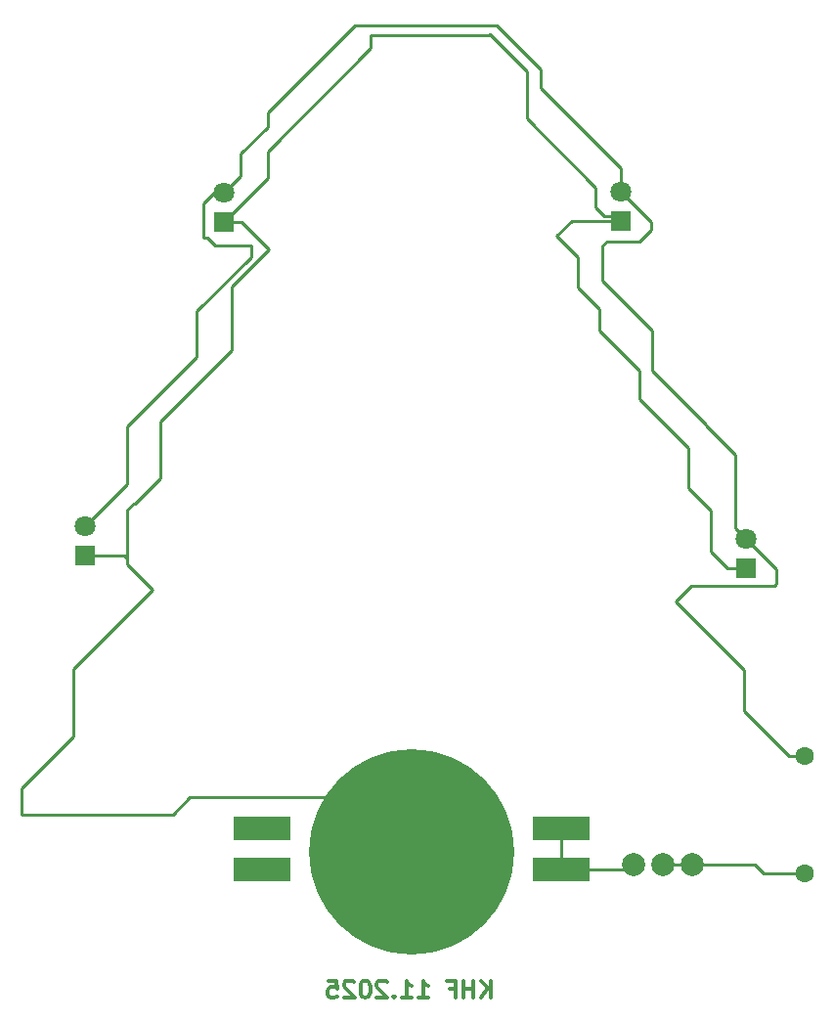
<source format=gbr>
%TF.GenerationSoftware,KiCad,Pcbnew,9.0.6*%
%TF.CreationDate,2025-11-21T14:44:10+01:00*%
%TF.ProjectId,BL_Santa,424c5f53-616e-4746-912e-6b696361645f,rev?*%
%TF.SameCoordinates,Original*%
%TF.FileFunction,Copper,L2,Bot*%
%TF.FilePolarity,Positive*%
%FSLAX46Y46*%
G04 Gerber Fmt 4.6, Leading zero omitted, Abs format (unit mm)*
G04 Created by KiCad (PCBNEW 9.0.6) date 2025-11-21 14:44:10*
%MOMM*%
%LPD*%
G01*
G04 APERTURE LIST*
%ADD10C,0.300000*%
%TA.AperFunction,NonConductor*%
%ADD11C,0.300000*%
%TD*%
%TA.AperFunction,ComponentPad*%
%ADD12R,1.800000X1.800000*%
%TD*%
%TA.AperFunction,ComponentPad*%
%ADD13C,1.800000*%
%TD*%
%TA.AperFunction,SMDPad,CuDef*%
%ADD14R,5.000000X2.000000*%
%TD*%
%TA.AperFunction,SMDPad,CuDef*%
%ADD15C,17.780000*%
%TD*%
%TA.AperFunction,ComponentPad*%
%ADD16C,2.000000*%
%TD*%
%TA.AperFunction,ComponentPad*%
%ADD17C,1.600000*%
%TD*%
%TA.AperFunction,Conductor*%
%ADD18C,0.250000*%
%TD*%
G04 APERTURE END LIST*
D10*
D11*
X149545489Y-136200828D02*
X149545489Y-134700828D01*
X148688346Y-136200828D02*
X149331203Y-135343685D01*
X148688346Y-134700828D02*
X149545489Y-135557971D01*
X148045489Y-136200828D02*
X148045489Y-134700828D01*
X148045489Y-135415114D02*
X147188346Y-135415114D01*
X147188346Y-136200828D02*
X147188346Y-134700828D01*
X145974060Y-135415114D02*
X146474060Y-135415114D01*
X146474060Y-136200828D02*
X146474060Y-134700828D01*
X146474060Y-134700828D02*
X145759774Y-134700828D01*
X143259774Y-136200828D02*
X144116917Y-136200828D01*
X143688346Y-136200828D02*
X143688346Y-134700828D01*
X143688346Y-134700828D02*
X143831203Y-134915114D01*
X143831203Y-134915114D02*
X143974060Y-135057971D01*
X143974060Y-135057971D02*
X144116917Y-135129400D01*
X141831203Y-136200828D02*
X142688346Y-136200828D01*
X142259775Y-136200828D02*
X142259775Y-134700828D01*
X142259775Y-134700828D02*
X142402632Y-134915114D01*
X142402632Y-134915114D02*
X142545489Y-135057971D01*
X142545489Y-135057971D02*
X142688346Y-135129400D01*
X141188347Y-136057971D02*
X141116918Y-136129400D01*
X141116918Y-136129400D02*
X141188347Y-136200828D01*
X141188347Y-136200828D02*
X141259775Y-136129400D01*
X141259775Y-136129400D02*
X141188347Y-136057971D01*
X141188347Y-136057971D02*
X141188347Y-136200828D01*
X140545489Y-134843685D02*
X140474061Y-134772257D01*
X140474061Y-134772257D02*
X140331204Y-134700828D01*
X140331204Y-134700828D02*
X139974061Y-134700828D01*
X139974061Y-134700828D02*
X139831204Y-134772257D01*
X139831204Y-134772257D02*
X139759775Y-134843685D01*
X139759775Y-134843685D02*
X139688346Y-134986542D01*
X139688346Y-134986542D02*
X139688346Y-135129400D01*
X139688346Y-135129400D02*
X139759775Y-135343685D01*
X139759775Y-135343685D02*
X140616918Y-136200828D01*
X140616918Y-136200828D02*
X139688346Y-136200828D01*
X138759775Y-134700828D02*
X138616918Y-134700828D01*
X138616918Y-134700828D02*
X138474061Y-134772257D01*
X138474061Y-134772257D02*
X138402633Y-134843685D01*
X138402633Y-134843685D02*
X138331204Y-134986542D01*
X138331204Y-134986542D02*
X138259775Y-135272257D01*
X138259775Y-135272257D02*
X138259775Y-135629400D01*
X138259775Y-135629400D02*
X138331204Y-135915114D01*
X138331204Y-135915114D02*
X138402633Y-136057971D01*
X138402633Y-136057971D02*
X138474061Y-136129400D01*
X138474061Y-136129400D02*
X138616918Y-136200828D01*
X138616918Y-136200828D02*
X138759775Y-136200828D01*
X138759775Y-136200828D02*
X138902633Y-136129400D01*
X138902633Y-136129400D02*
X138974061Y-136057971D01*
X138974061Y-136057971D02*
X139045490Y-135915114D01*
X139045490Y-135915114D02*
X139116918Y-135629400D01*
X139116918Y-135629400D02*
X139116918Y-135272257D01*
X139116918Y-135272257D02*
X139045490Y-134986542D01*
X139045490Y-134986542D02*
X138974061Y-134843685D01*
X138974061Y-134843685D02*
X138902633Y-134772257D01*
X138902633Y-134772257D02*
X138759775Y-134700828D01*
X137688347Y-134843685D02*
X137616919Y-134772257D01*
X137616919Y-134772257D02*
X137474062Y-134700828D01*
X137474062Y-134700828D02*
X137116919Y-134700828D01*
X137116919Y-134700828D02*
X136974062Y-134772257D01*
X136974062Y-134772257D02*
X136902633Y-134843685D01*
X136902633Y-134843685D02*
X136831204Y-134986542D01*
X136831204Y-134986542D02*
X136831204Y-135129400D01*
X136831204Y-135129400D02*
X136902633Y-135343685D01*
X136902633Y-135343685D02*
X137759776Y-136200828D01*
X137759776Y-136200828D02*
X136831204Y-136200828D01*
X135474062Y-134700828D02*
X136188348Y-134700828D01*
X136188348Y-134700828D02*
X136259776Y-135415114D01*
X136259776Y-135415114D02*
X136188348Y-135343685D01*
X136188348Y-135343685D02*
X136045491Y-135272257D01*
X136045491Y-135272257D02*
X135688348Y-135272257D01*
X135688348Y-135272257D02*
X135545491Y-135343685D01*
X135545491Y-135343685D02*
X135474062Y-135415114D01*
X135474062Y-135415114D02*
X135402633Y-135557971D01*
X135402633Y-135557971D02*
X135402633Y-135915114D01*
X135402633Y-135915114D02*
X135474062Y-136057971D01*
X135474062Y-136057971D02*
X135545491Y-136129400D01*
X135545491Y-136129400D02*
X135688348Y-136200828D01*
X135688348Y-136200828D02*
X136045491Y-136200828D01*
X136045491Y-136200828D02*
X136188348Y-136129400D01*
X136188348Y-136129400D02*
X136259776Y-136057971D01*
D12*
%TO.P,D3,1,K*%
%TO.N,Net-(D1-K)*%
X114400000Y-97940000D03*
D13*
%TO.P,D3,2,A*%
%TO.N,Net-(D1-A)*%
X114400000Y-95400000D03*
%TD*%
D12*
%TO.P,D1,1,K*%
%TO.N,Net-(D1-K)*%
X126450000Y-69050000D03*
D13*
%TO.P,D1,2,A*%
%TO.N,Net-(D1-A)*%
X126450000Y-66510000D03*
%TD*%
D12*
%TO.P,D2,1,K*%
%TO.N,Net-(D1-K)*%
X160850000Y-68950000D03*
D13*
%TO.P,D2,2,A*%
%TO.N,Net-(D1-A)*%
X160850000Y-66410000D03*
%TD*%
%TO.P,D4,2,A*%
%TO.N,Net-(D1-A)*%
X171650000Y-96510000D03*
D12*
%TO.P,D4,1,K*%
%TO.N,Net-(D1-K)*%
X171650000Y-99050000D03*
%TD*%
D14*
%TO.P,U1,*%
%TO.N,*%
X129746000Y-125124000D03*
X129746000Y-121568000D03*
%TO.P,U1,1*%
%TO.N,Net-(S1-A-Pad1)*%
X155640000Y-125124000D03*
X155640000Y-121568000D03*
D15*
%TO.P,U1,2*%
%TO.N,Net-(D1-K)*%
X142700000Y-123600000D03*
%TD*%
D16*
%TO.P,S1,1,A*%
%TO.N,Net-(S1-A-Pad1)*%
X161900000Y-124700000D03*
%TO.P,S1,2,E*%
%TO.N,Net-(S1-E)*%
X164440000Y-124700000D03*
%TO.P,S1,3,A*%
X166980000Y-124700000D03*
%TD*%
D17*
%TO.P,R2,1*%
%TO.N,Net-(S1-E)*%
X176750000Y-125430000D03*
%TO.P,R2,2*%
%TO.N,Net-(D1-A)*%
X176750000Y-115270000D03*
%TD*%
D18*
%TO.N,Net-(S1-A-Pad1)*%
X161800000Y-124700000D02*
X161376000Y-125124000D01*
X161900000Y-124700000D02*
X161800000Y-124700000D01*
X161376000Y-125124000D02*
X155640000Y-125124000D01*
X155640000Y-121568000D02*
X155640000Y-125124000D01*
X155214000Y-124700000D02*
X154290000Y-125624000D01*
%TO.N,Net-(S1-E)*%
X173170000Y-125430000D02*
X176750000Y-125430000D01*
X173150000Y-125450000D02*
X173170000Y-125430000D01*
X172400000Y-124700000D02*
X173150000Y-125450000D01*
X166980000Y-124700000D02*
X172400000Y-124700000D01*
%TO.N,Net-(D1-A)*%
X175420000Y-115270000D02*
X176750000Y-115270000D01*
X171500000Y-111350000D02*
X175420000Y-115270000D01*
X171500000Y-107800000D02*
X171500000Y-111350000D01*
X165550000Y-101850000D02*
X171500000Y-107800000D01*
X174100000Y-100500000D02*
X166900000Y-100500000D01*
X174250000Y-100350000D02*
X174100000Y-100500000D01*
X174240000Y-99100000D02*
X174250000Y-99100000D01*
X166900000Y-100500000D02*
X165550000Y-101850000D01*
X171650000Y-96510000D02*
X174240000Y-99100000D01*
X174250000Y-99100000D02*
X174250000Y-100350000D01*
%TO.N,Net-(D1-K)*%
X136200000Y-118850000D02*
X140700000Y-123350000D01*
X123500000Y-118850000D02*
X136200000Y-118850000D01*
X122000000Y-120350000D02*
X123500000Y-118850000D01*
X108900000Y-120350000D02*
X122000000Y-120350000D01*
X108900000Y-118050000D02*
X108900000Y-120350000D01*
X113400000Y-113550000D02*
X108900000Y-118050000D01*
X113400000Y-107750000D02*
X113400000Y-113550000D01*
X120300000Y-100850000D02*
X113400000Y-107750000D01*
X118100000Y-98650000D02*
X120300000Y-100850000D01*
X118100000Y-98200000D02*
X118100000Y-98650000D01*
%TO.N,Net-(S1-A-Pad1)*%
X153814000Y-124700000D02*
X153640000Y-124874000D01*
%TO.N,Net-(D1-A)*%
X170700000Y-95560000D02*
X171650000Y-96510000D01*
X170700000Y-89200000D02*
X170700000Y-95560000D01*
X168150000Y-86550000D02*
X168150000Y-86650000D01*
X168150000Y-86650000D02*
X170700000Y-89200000D01*
X163500000Y-81900000D02*
X168150000Y-86550000D01*
X163500000Y-78400000D02*
X163500000Y-81900000D01*
X159250000Y-74150000D02*
X163500000Y-78400000D01*
X159250000Y-71100000D02*
X159250000Y-74150000D01*
X162400000Y-70750000D02*
X159600000Y-70750000D01*
X163450000Y-69700000D02*
X162400000Y-70750000D01*
X163450000Y-69010000D02*
X163450000Y-69700000D01*
X160850000Y-66410000D02*
X163450000Y-69010000D01*
X159600000Y-70750000D02*
X159250000Y-71100000D01*
%TO.N,Net-(D1-K)*%
X170050000Y-99050000D02*
X171650000Y-99050000D01*
X168600000Y-97600000D02*
X170050000Y-99050000D01*
X168600000Y-94050000D02*
X168600000Y-97600000D01*
X166650000Y-92100000D02*
X168600000Y-94050000D01*
X166650000Y-88600000D02*
X166650000Y-92100000D01*
X162400000Y-81900000D02*
X162400000Y-84350000D01*
X158950000Y-78450000D02*
X162400000Y-81900000D01*
X158950000Y-76550000D02*
X158950000Y-78450000D01*
X157100000Y-74700000D02*
X158950000Y-76550000D01*
X157100000Y-72100000D02*
X157100000Y-74700000D01*
X162400000Y-84350000D02*
X166650000Y-88600000D01*
X155250000Y-70250000D02*
X157100000Y-72100000D01*
X156550000Y-68950000D02*
X155250000Y-70250000D01*
X160850000Y-68950000D02*
X156550000Y-68950000D01*
X160400000Y-68500000D02*
X160850000Y-68950000D01*
X159400000Y-68500000D02*
X160400000Y-68500000D01*
X158650000Y-67750000D02*
X159400000Y-68500000D01*
X158650000Y-66050000D02*
X158650000Y-67750000D01*
X152650000Y-60050000D02*
X158650000Y-66050000D01*
X152650000Y-56000000D02*
X152650000Y-60050000D01*
X149450000Y-52800000D02*
X152650000Y-56000000D01*
X139150000Y-52850000D02*
X149400000Y-52850000D01*
X139150000Y-54000000D02*
X139150000Y-52850000D01*
X130250000Y-62900000D02*
X139150000Y-54000000D01*
X130250000Y-65250000D02*
X130250000Y-62900000D01*
X126450000Y-69050000D02*
X130250000Y-65250000D01*
X149400000Y-52850000D02*
X149450000Y-52800000D01*
%TO.N,Net-(D1-A)*%
X127900000Y-65060000D02*
X126450000Y-66510000D01*
X127900000Y-63150000D02*
X127900000Y-65060000D01*
X130250000Y-60800000D02*
X127900000Y-63150000D01*
X130250000Y-59550000D02*
X130250000Y-60800000D01*
X137800000Y-52000000D02*
X130250000Y-59550000D01*
X150050000Y-52000000D02*
X137800000Y-52000000D01*
X153850000Y-55800000D02*
X150050000Y-52000000D01*
X153850000Y-57400000D02*
X153850000Y-55800000D01*
X160850000Y-64400000D02*
X153850000Y-57400000D01*
X160850000Y-66410000D02*
X160850000Y-64400000D01*
X118100000Y-91700000D02*
X114400000Y-95400000D01*
X118100000Y-86700000D02*
X118100000Y-91700000D01*
X124100000Y-80700000D02*
X118100000Y-86700000D01*
X124100000Y-76750000D02*
X124100000Y-80700000D01*
X128800000Y-72050000D02*
X124100000Y-76750000D01*
X128800000Y-71050000D02*
X128800000Y-72050000D01*
X125650000Y-71050000D02*
X128800000Y-71050000D01*
X125000000Y-70400000D02*
X125650000Y-71050000D01*
X124700000Y-70400000D02*
X125000000Y-70400000D01*
X124700000Y-67400000D02*
X124700000Y-70400000D01*
X125590000Y-66510000D02*
X124700000Y-67400000D01*
X126450000Y-66510000D02*
X125590000Y-66510000D01*
%TO.N,Net-(D1-K)*%
X117840000Y-97940000D02*
X114400000Y-97940000D01*
X118100000Y-98200000D02*
X117840000Y-97940000D01*
X118100000Y-93950000D02*
X118100000Y-98200000D01*
X118650000Y-93400000D02*
X118100000Y-93950000D01*
X118700000Y-93450000D02*
X118650000Y-93400000D01*
X120950000Y-91250000D02*
X118750000Y-93450000D01*
X120950000Y-86300000D02*
X120950000Y-91250000D01*
X127100000Y-80150000D02*
X120950000Y-86300000D01*
X127100000Y-74600000D02*
X127100000Y-80150000D01*
X118750000Y-93450000D02*
X118700000Y-93450000D01*
X130300000Y-71400000D02*
X127100000Y-74600000D01*
X127950000Y-69050000D02*
X130300000Y-71400000D01*
X126450000Y-69050000D02*
X127950000Y-69050000D01*
%TO.N,Net-(S1-E)*%
X164440000Y-124700000D02*
X166980000Y-124700000D01*
%TD*%
M02*

</source>
